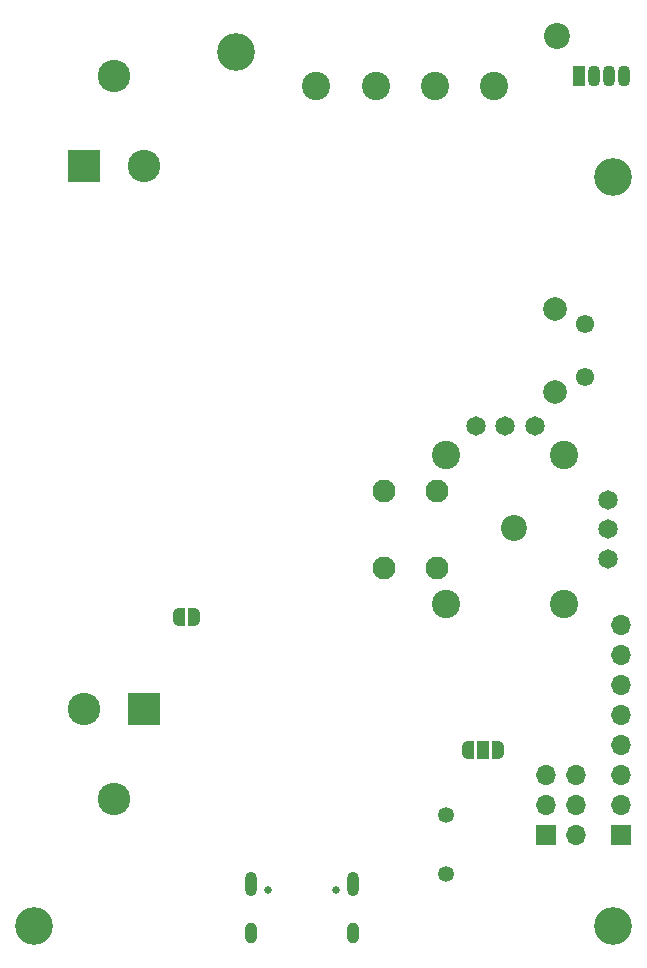
<source format=gbr>
%TF.GenerationSoftware,KiCad,Pcbnew,8.0.6*%
%TF.CreationDate,2024-11-28T22:24:39+00:00*%
%TF.ProjectId,StepUp,53746570-5570-42e6-9b69-6361645f7063,v0.1*%
%TF.SameCoordinates,Original*%
%TF.FileFunction,Soldermask,Bot*%
%TF.FilePolarity,Negative*%
%FSLAX46Y46*%
G04 Gerber Fmt 4.6, Leading zero omitted, Abs format (unit mm)*
G04 Created by KiCad (PCBNEW 8.0.6) date 2024-11-28 22:24:39*
%MOMM*%
%LPD*%
G01*
G04 APERTURE LIST*
G04 Aperture macros list*
%AMFreePoly0*
4,1,19,0.000000,0.744911,0.071157,0.744911,0.207708,0.704816,0.327430,0.627875,0.420627,0.520320,0.479746,0.390866,0.500000,0.250000,0.500000,-0.250000,0.479746,-0.390866,0.420627,-0.520320,0.327430,-0.627875,0.207708,-0.704816,0.071157,-0.744911,0.000000,-0.744911,0.000000,-0.750000,-0.500000,-0.750000,-0.500000,0.750000,0.000000,0.750000,0.000000,0.744911,0.000000,0.744911,
$1*%
%AMFreePoly1*
4,1,19,0.500000,-0.750000,0.000000,-0.750000,0.000000,-0.744911,-0.071157,-0.744911,-0.207708,-0.704816,-0.327430,-0.627875,-0.420627,-0.520320,-0.479746,-0.390866,-0.500000,-0.250000,-0.500000,0.250000,-0.479746,0.390866,-0.420627,0.520320,-0.327430,0.627875,-0.207708,0.704816,-0.071157,0.744911,0.000000,0.744911,0.000000,0.750000,0.500000,0.750000,0.500000,-0.750000,0.500000,-0.750000,
$1*%
%AMFreePoly2*
4,1,19,0.550000,-0.750000,0.000000,-0.750000,0.000000,-0.744911,-0.071157,-0.744911,-0.207708,-0.704816,-0.327430,-0.627875,-0.420627,-0.520320,-0.479746,-0.390866,-0.500000,-0.250000,-0.500000,0.250000,-0.479746,0.390866,-0.420627,0.520320,-0.327430,0.627875,-0.207708,0.704816,-0.071157,0.744911,0.000000,0.744911,0.000000,0.750000,0.550000,0.750000,0.550000,-0.750000,0.550000,-0.750000,
$1*%
%AMFreePoly3*
4,1,19,0.000000,0.744911,0.071157,0.744911,0.207708,0.704816,0.327430,0.627875,0.420627,0.520320,0.479746,0.390866,0.500000,0.250000,0.500000,-0.250000,0.479746,-0.390866,0.420627,-0.520320,0.327430,-0.627875,0.207708,-0.704816,0.071157,-0.744911,0.000000,-0.744911,0.000000,-0.750000,-0.550000,-0.750000,-0.550000,0.750000,0.000000,0.750000,0.000000,0.744911,0.000000,0.744911,
$1*%
G04 Aperture macros list end*
%ADD10C,0.650000*%
%ADD11O,1.000000X2.100000*%
%ADD12O,1.000000X1.800000*%
%ADD13C,2.200000*%
%ADD14C,3.200000*%
%ADD15C,1.550000*%
%ADD16C,2.000000*%
%ADD17C,1.350000*%
%ADD18C,1.650000*%
%ADD19C,1.950000*%
%ADD20C,2.400000*%
%ADD21R,1.070000X1.800000*%
%ADD22O,1.070000X1.800000*%
%ADD23R,2.745000X2.745000*%
%ADD24C,2.745000*%
%ADD25FreePoly0,0.000000*%
%ADD26FreePoly1,0.000000*%
%ADD27R,1.700000X1.700000*%
%ADD28O,1.700000X1.700000*%
%ADD29FreePoly2,180.000000*%
%ADD30R,1.000000X1.500000*%
%ADD31FreePoly3,180.000000*%
G04 APERTURE END LIST*
D10*
%TO.C,J1*%
X79168000Y-124025000D03*
X84948000Y-124025000D03*
D11*
X77738000Y-123525000D03*
D12*
X77738000Y-127705000D03*
D11*
X86378000Y-123525000D03*
D12*
X86378000Y-127705000D03*
%TD*%
D13*
%TO.C,H6*%
X103650000Y-51750000D03*
%TD*%
D14*
%TO.C,H3*%
X59411701Y-127088299D03*
%TD*%
D13*
%TO.C,H5*%
X100000000Y-93350000D03*
%TD*%
D14*
%TO.C,H2*%
X76450000Y-53100000D03*
%TD*%
%TO.C,H4*%
X108388299Y-127088299D03*
%TD*%
%TO.C,H1*%
X108400000Y-63700000D03*
%TD*%
D15*
%TO.C,SW3*%
X106005000Y-76100000D03*
X106005000Y-80600000D03*
D16*
X103515000Y-74845000D03*
X103515000Y-81855000D03*
%TD*%
D17*
%TO.C,BZ1*%
X94300000Y-122700000D03*
X94300000Y-117700000D03*
%TD*%
D18*
%TO.C,JOY1*%
X108000000Y-91000000D03*
X108000000Y-93500000D03*
X108000000Y-96000000D03*
X96770000Y-84770000D03*
X99270000Y-84770000D03*
X101770000Y-84770000D03*
D19*
X93520000Y-96750000D03*
X93520000Y-90250000D03*
X89020000Y-96750000D03*
X89020000Y-90250000D03*
D20*
X104270000Y-87175000D03*
X104270000Y-99825000D03*
X94270000Y-99825000D03*
X94270000Y-87175000D03*
%TD*%
D21*
%TO.C,D14*%
X105500000Y-55100000D03*
D22*
X106770000Y-55100000D03*
X108040000Y-55100000D03*
X109310000Y-55100000D03*
%TD*%
D20*
%TO.C,J4*%
X83300000Y-55950000D03*
X88300000Y-55950000D03*
X93300000Y-55950000D03*
X98300000Y-55950000D03*
%TD*%
D23*
%TO.C,BT2*%
X68698000Y-108720000D03*
D24*
X63618000Y-108720000D03*
X66158000Y-116340000D03*
%TD*%
D25*
%TO.C,JP1*%
X72950000Y-100900000D03*
D26*
X71650000Y-100900000D03*
%TD*%
D27*
%TO.C,J2*%
X102700000Y-119340000D03*
D28*
X105240000Y-119340000D03*
X102700000Y-116800000D03*
X105240000Y-116800000D03*
X102700000Y-114260000D03*
X105240000Y-114260000D03*
%TD*%
D29*
%TO.C,JP2*%
X98700000Y-112200000D03*
D30*
X97400000Y-112200000D03*
D31*
X96100000Y-112200000D03*
%TD*%
D23*
%TO.C,BT1*%
X63618000Y-62720000D03*
D24*
X68698000Y-62720000D03*
X66158000Y-55100000D03*
%TD*%
D27*
%TO.C,J3*%
X109100000Y-119350000D03*
D28*
X109100000Y-116810000D03*
X109100000Y-114270000D03*
X109100000Y-111730000D03*
X109100000Y-109190000D03*
X109100000Y-106650000D03*
X109100000Y-104110000D03*
X109100000Y-101570000D03*
%TD*%
M02*

</source>
